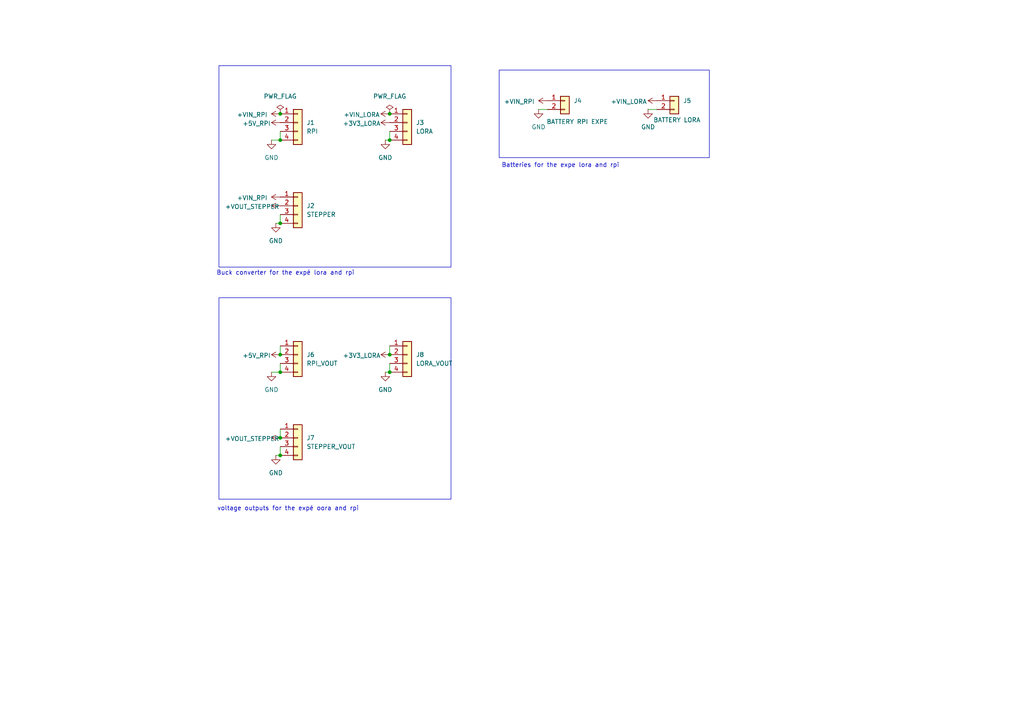
<source format=kicad_sch>
(kicad_sch (version 20250114) (generator "eeschema") (generator_version "9.0")
  (paper "A4")
  (lib_symbols
    (symbol "Connector_Generic:Conn_01x02" (pin_names (offset 1.016) (hide yes))
      (property "Reference" "J" (at 0 2.54 0))
      (property "Value" "Conn_01x02" (at 0 -5.08 0))
      (symbol "Conn_01x02_1_1"
        (rectangle (start -1.27 1.27) (end 1.27 -3.81) (stroke (width 0.254)) (fill (type background)))
        (rectangle (start -1.27 0.127) (end 0 -0.127) (stroke (width 0.1524)))
        (rectangle (start -1.27 -2.413) (end 0 -2.667) (stroke (width 0.1524)))
        (pin passive line (at -5.08 0 0) (length 3.81) (name "Pin_1") (number "1"))
        (pin passive line (at -5.08 -2.54 0) (length 3.81) (name "Pin_2") (number "2"))
      )
    )
    (symbol "Connector_Generic:Conn_01x04" (pin_names (offset 1.016) (hide yes))
      (property "Reference" "J" (at 0 5.08 0))
      (property "Value" "Conn_01x04" (at 0 -7.62 0))
      (symbol "Conn_01x04_1_1"
        (rectangle (start -1.27 3.81) (end 1.27 -6.35) (stroke (width 0.254)) (fill (type background)))
        (rectangle (start -1.27 2.667) (end 0 2.413) (stroke (width 0.1524)))
        (rectangle (start -1.27 0.127) (end 0 -0.127) (stroke (width 0.1524)))
        (rectangle (start -1.27 -2.413) (end 0 -2.667) (stroke (width 0.1524)))
        (rectangle (start -1.27 -4.953) (end 0 -5.207) (stroke (width 0.1524)))
        (pin passive line (at -5.08 2.54 0) (length 3.81) (name "Pin_1") (number "1"))
        (pin passive line (at -5.08 0 0) (length 3.81) (name "Pin_2") (number "2"))
        (pin passive line (at -5.08 -2.54 0) (length 3.81) (name "Pin_3") (number "3"))
        (pin passive line (at -5.08 -5.08 0) (length 3.81) (name "Pin_4") (number "4"))
      )
    )
    (symbol "power:+3.3V" (power) (pin_numbers (hide yes)) (pin_names (offset 0) (hide yes))
      (property "Value" "+3.3V" (at 0 3.556 0))
      (symbol "+3.3V_0_1"
        (polyline (pts (xy -0.762 1.27) (xy 0 2.54)))
        (polyline (pts (xy 0 2.54) (xy 0.762 1.27)))
        (polyline (pts (xy 0 0) (xy 0 2.54)))
      )
      (symbol "+3.3V_1_1"
        (pin power_in line (at 0 0 90) (length 0) (name "~") (number "1"))
      )
    )
    (symbol "power:+5V" (power) (pin_numbers (hide yes)) (pin_names (offset 0) (hide yes))
      (property "Value" "+5V" (at 0 3.556 0))
      (symbol "+5V_0_1"
        (polyline (pts (xy -0.762 1.27) (xy 0 2.54)))
        (polyline (pts (xy 0 2.54) (xy 0.762 1.27)))
        (polyline (pts (xy 0 0) (xy 0 2.54)))
      )
      (symbol "+5V_1_1"
        (pin power_in line (at 0 0 90) (length 0) (name "~") (number "1"))
      )
    )
    (symbol "power:GND" (power) (pin_numbers (hide yes)) (pin_names (offset 0) (hide yes))
      (property "Value" "GND" (at 0 -3.81 0))
      (symbol "GND_0_1"
        (polyline (pts (xy 0 0) (xy 0 -1.27) (xy 1.27 -1.27) (xy 0 -2.54) (xy -1.27 -1.27) (xy 0 -1.27)))
      )
      (symbol "GND_1_1"
        (pin power_in line (at 0 0 270) (length 0) (name "~") (number "1"))
      )
    )
    (symbol "power:PWR_FLAG" (power) (pin_numbers (hide yes)) (pin_names (offset 0) (hide yes))
      (property "Value" "PWR_FLAG" (at 0 3.81 0))
      (symbol "PWR_FLAG_0_0"
        (pin power_out line (at 0 0 90) (length 0) (name "~") (number "1"))
      )
      (symbol "PWR_FLAG_0_1"
        (polyline (pts (xy 0 0) (xy 0 1.27) (xy -1.016 1.905) (xy 0 2.54) (xy 1.016 1.905) (xy 0 1.27)))
      )
    )
  )
  (rectangle (start 144.78 20.32) (end 205.74 45.72))
  (rectangle (start 63.5 19.05) (end 130.81 77.47))
  (rectangle (start 63.5 86.36) (end 130.81 144.78))
  (text "Batteries for the expe lora and rpi\n" (at 162.56 48.006 0) (effects (font (size 1.27 1.27))))
  (text "voltage outputs for the expé oora and rpi\n" (at 83.566 147.574 0) (effects (font (size 1.27 1.27))))
  (text "Buck converter for the expé lora and rpi\n" (at 82.804 79.248 0) (effects (font (size 1.27 1.27))))
  (junction (at 81.28 40.64))
  (junction (at 113.03 40.64))
  (junction (at 113.03 33.02))
  (junction (at 81.28 33.02))
  (junction (at 81.28 102.87))
  (junction (at 81.28 132.08))
  (junction (at 113.03 102.87))
  (junction (at 113.03 107.95))
  (junction (at 81.28 64.77))
  (junction (at 81.28 127))
  (junction (at 81.28 107.95))
  (wire (pts (xy 111.76 40.64) (xy 113.03 40.64)))
  (wire (pts (xy 81.28 129.54) (xy 81.28 132.08)))
  (wire (pts (xy 113.03 100.33) (xy 113.03 102.87)))
  (wire (pts (xy 80.01 64.77) (xy 81.28 64.77)))
  (wire (pts (xy 81.28 105.41) (xy 81.28 107.95)))
  (wire (pts (xy 156.21 31.75) (xy 158.75 31.75)))
  (wire (pts (xy 81.28 38.1) (xy 81.28 40.64)))
  (wire (pts (xy 187.96 31.75) (xy 190.5 31.75)))
  (wire (pts (xy 80.01 132.08) (xy 81.28 132.08)))
  (wire (pts (xy 113.03 38.1) (xy 113.03 40.64)))
  (wire (pts (xy 81.28 62.23) (xy 81.28 64.77)))
  (wire (pts (xy 78.74 107.95) (xy 81.28 107.95)))
  (wire (pts (xy 113.03 105.41) (xy 113.03 107.95)))
  (wire (pts (xy 111.76 107.95) (xy 113.03 107.95)))
  (wire (pts (xy 78.74 40.64) (xy 81.28 40.64)))
  (wire (pts (xy 81.28 100.33) (xy 81.28 102.87)))
  (wire (pts (xy 81.28 124.46) (xy 81.28 127)))
  (symbol (lib_id "power:GND") (at 111.76 107.95 0) (unit 1)
    (property "Reference" "#PWR016" (effects (hide yes)))
    (property "Value" "GND" (at 111.76 113.03 0))
    (property "Description" "Power symbol creates a global label with name \"GND\" , ground" (effects (hide yes)))
  )
  (symbol (lib_id "power:+3.3V") (at 81.28 59.69 90) (unit 1)
    (property "Reference" "#PWR09" (effects (hide yes)))
    (property "Value" "+VOUT_STEPPER" (at 73.152 59.944 90))
    (property "Description" "Power symbol creates a global label with name \"+3.3V\"" (effects (hide yes)))
  )
  (symbol (lib_id "power:GND") (at 111.76 40.64 0) (unit 1)
    (property "Reference" "#PWR03" (effects (hide yes)))
    (property "Value" "GND" (at 111.76 45.72 0))
    (property "Description" "Power symbol creates a global label with name \"GND\" , ground" (effects (hide yes)))
  )
  (symbol (lib_id "power:GND") (at 78.74 107.95 0) (unit 1)
    (property "Reference" "#PWR010" (effects (hide yes)))
    (property "Value" "GND" (at 78.74 113.03 0))
    (property "Description" "Power symbol creates a global label with name \"GND\" , ground" (effects (hide yes)))
  )
  (symbol (lib_id "Connector_Generic:Conn_01x02") (at 195.58 29.21 0) (unit 1)
    (property "Reference" "J5" (at 198.12 29.2099 0) (effects (justify left)))
    (property "Value" "BATTERY LORA" (at 189.484 34.798 0) (effects (justify left)))
    (property "Footprint" "PHOENIX_CON:AMASS_XT60-M_1x02_P7.20mm_Vertical" (effects (hide yes)))
    (property "Description" "Generic connector, single row, 01x02, script generated (kicad-library-utils/schlib/autogen/connector/)" (effects (hide yes)))
  )
  (symbol (lib_id "power:+3.3V") (at 81.28 33.02 90) (unit 1)
    (property "Reference" "#PWR08" (effects (hide yes)))
    (property "Value" "+VIN_RPI" (at 73.152 33.274 90))
    (property "Description" "Power symbol creates a global label with name \"+3.3V\"" (effects (hide yes)))
  )
  (symbol (lib_id "power:PWR_FLAG") (at 113.03 33.02 0) (unit 1)
    (property "Reference" "#FLG03" (effects (hide yes)))
    (property "Value" "PWR_FLAG" (at 113.03 27.94 0))
    (property "Description" "Special symbol for telling ERC where power comes from" (effects (hide yes)))
  )
  (symbol (lib_id "Connector_Generic:Conn_01x04") (at 86.36 59.69 0) (unit 1)
    (property "Reference" "J2" (at 88.9 59.6899 0) (effects (justify left)))
    (property "Value" "STEPPER" (at 88.9 62.2299 0) (effects (justify left)))
    (property "Footprint" "PHOENIX:MT3608" (effects (hide yes)))
    (property "Description" "Generic connector, single row, 01x04, script generated (kicad-library-utils/schlib/autogen/connector/)" (effects (hide yes)))
  )
  (symbol (lib_id "power:GND") (at 187.96 31.75 0) (unit 1)
    (property "Reference" "#PWR017" (effects (hide yes)))
    (property "Value" "GND" (at 187.96 36.83 0))
    (property "Description" "Power symbol creates a global label with name \"GND\" , ground" (effects (hide yes)))
  )
  (symbol (lib_id "power:+3.3V") (at 158.75 29.21 90) (unit 1)
    (property "Reference" "#PWR012" (effects (hide yes)))
    (property "Value" "+VIN_RPI" (at 150.622 29.464 90))
    (property "Description" "Power symbol creates a global label with name \"+3.3V\"" (effects (hide yes)))
  )
  (symbol (lib_id "power:+5V") (at 81.28 102.87 90) (unit 1)
    (property "Reference" "#PWR013" (effects (hide yes)))
    (property "Value" "+5V_RPI" (at 74.422 103.124 90))
    (property "Description" "Power symbol creates a global label with name \"+5V\"" (effects (hide yes)))
  )
  (symbol (lib_id "power:PWR_FLAG") (at 81.28 33.02 0) (unit 1)
    (property "Reference" "#FLG01" (effects (hide yes)))
    (property "Value" "PWR_FLAG" (at 81.28 27.94 0))
    (property "Description" "Special symbol for telling ERC where power comes from" (effects (hide yes)))
  )
  (symbol (lib_id "power:+3.3V") (at 113.03 102.87 90) (unit 1)
    (property "Reference" "#PWR018" (effects (hide yes)))
    (property "Value" "+3V3_LORA" (at 104.902 103.124 90))
    (property "Description" "Power symbol creates a global label with name \"+3.3V\"" (effects (hide yes)))
  )
  (symbol (lib_id "power:+5V") (at 81.28 35.56 90) (unit 1)
    (property "Reference" "#PWR04" (effects (hide yes)))
    (property "Value" "+5V_RPI" (at 74.422 35.814 90))
    (property "Description" "Power symbol creates a global label with name \"+5V\"" (effects (hide yes)))
  )
  (symbol (lib_id "Connector_Generic:Conn_01x04") (at 86.36 35.56 0) (unit 1)
    (property "Reference" "J1" (at 88.9 35.5599 0) (effects (justify left)))
    (property "Value" "RPI" (at 88.9 38.0999 0) (effects (justify left)))
    (property "Footprint" "PHOENIX:MT3608" (effects (hide yes)))
    (property "Description" "Generic connector, single row, 01x04, script generated (kicad-library-utils/schlib/autogen/connector/)" (effects (hide yes)))
  )
  (symbol (lib_id "power:GND") (at 80.01 64.77 0) (unit 1)
    (property "Reference" "#PWR02" (effects (hide yes)))
    (property "Value" "GND" (at 80.01 69.85 0))
    (property "Description" "Power symbol creates a global label with name \"GND\" , ground" (effects (hide yes)))
  )
  (symbol (lib_id "power:+3.3V") (at 113.03 35.56 90) (unit 1)
    (property "Reference" "#PWR05" (effects (hide yes)))
    (property "Value" "+3V3_LORA" (at 104.902 35.814 90))
    (property "Description" "Power symbol creates a global label with name \"+3.3V\"" (effects (hide yes)))
  )
  (symbol (lib_id "power:+3.3V") (at 81.28 57.15 90) (unit 1)
    (property "Reference" "#PWR07" (effects (hide yes)))
    (property "Value" "+VIN_RPI" (at 73.152 57.404 90))
    (property "Description" "Power symbol creates a global label with name \"+3.3V\"" (effects (hide yes)))
  )
  (symbol (lib_id "Connector_Generic:Conn_01x04") (at 118.11 102.87 0) (unit 1)
    (property "Reference" "J8" (at 120.65 102.8699 0) (effects (justify left)))
    (property "Value" "LORA_VOUT" (at 120.65 105.4099 0) (effects (justify left)))
    (property "Footprint" "Connector_JST:JST_XH_S4B-XH-A-1_1x04_P2.50mm_Horizontal" (effects (hide yes)))
    (property "Description" "Generic connector, single row, 01x04, script generated (kicad-library-utils/schlib/autogen/connector/)" (effects (hide yes)))
  )
  (symbol (lib_id "power:+3.3V") (at 81.28 127 90) (unit 1)
    (property "Reference" "#PWR015" (effects (hide yes)))
    (property "Value" "+VOUT_STEPPER" (at 73.152 127.254 90))
    (property "Description" "Power symbol creates a global label with name \"+3.3V\"" (effects (hide yes)))
  )
  (symbol (lib_id "Connector_Generic:Conn_01x02") (at 163.83 29.21 0) (unit 1)
    (property "Reference" "J4" (at 166.37 29.2099 0) (effects (justify left)))
    (property "Value" "BATTERY RPI EXPE" (at 158.496 35.306 0) (effects (justify left)))
    (property "Footprint" "PHOENIX_CON:AMASS_XT60-M_1x02_P7.20mm_Vertical" (effects (hide yes)))
    (property "Description" "Generic connector, single row, 01x02, script generated (kicad-library-utils/schlib/autogen/connector/)" (effects (hide yes)))
  )
  (symbol (lib_id "power:+3.3V") (at 113.03 33.02 90) (unit 1)
    (property "Reference" "#PWR06" (effects (hide yes)))
    (property "Value" "+VIN_LORA" (at 104.902 33.274 90))
    (property "Description" "Power symbol creates a global label with name \"+3.3V\"" (effects (hide yes)))
  )
  (symbol (lib_id "power:GND") (at 156.21 31.75 0) (unit 1)
    (property "Reference" "#PWR014" (effects (hide yes)))
    (property "Value" "GND" (at 156.21 36.83 0))
    (property "Description" "Power symbol creates a global label with name \"GND\" , ground" (effects (hide yes)))
  )
  (symbol (lib_id "Connector_Generic:Conn_01x04") (at 86.36 102.87 0) (unit 1)
    (property "Reference" "J6" (at 88.9 102.8699 0) (effects (justify left)))
    (property "Value" "RPI_VOUT" (at 88.9 105.4099 0) (effects (justify left)))
    (property "Footprint" "Connector_JST:JST_XH_S4B-XH-A-1_1x04_P2.50mm_Horizontal" (effects (hide yes)))
    (property "Description" "Generic connector, single row, 01x04, script generated (kicad-library-utils/schlib/autogen/connector/)" (effects (hide yes)))
  )
  (symbol (lib_id "power:GND") (at 78.74 40.64 0) (unit 1)
    (property "Reference" "#PWR01" (effects (hide yes)))
    (property "Value" "GND" (at 78.74 45.72 0))
    (property "Description" "Power symbol creates a global label with name \"GND\" , ground" (effects (hide yes)))
  )
  (symbol (lib_id "power:+3.3V") (at 190.5 29.21 90) (unit 1)
    (property "Reference" "#PWR019" (effects (hide yes)))
    (property "Value" "+VIN_LORA" (at 182.372 29.464 90))
    (property "Description" "Power symbol creates a global label with name \"+3.3V\"" (effects (hide yes)))
  )
  (symbol (lib_id "Connector_Generic:Conn_01x04") (at 86.36 127 0) (unit 1)
    (property "Reference" "J7" (at 88.9 126.9999 0) (effects (justify left)))
    (property "Value" "STEPPER_VOUT" (at 88.9 129.5399 0) (effects (justify left)))
    (property "Footprint" "Connector_JST:JST_XH_S4B-XH-A-1_1x04_P2.50mm_Horizontal" (effects (hide yes)))
    (property "Description" "Generic connector, single row, 01x04, script generated (kicad-library-utils/schlib/autogen/connector/)" (effects (hide yes)))
  )
  (symbol (lib_id "Connector_Generic:Conn_01x04") (at 118.11 35.56 0) (unit 1)
    (property "Reference" "J3" (at 120.65 35.5599 0) (effects (justify left)))
    (property "Value" "LORA" (at 120.65 38.0999 0) (effects (justify left)))
    (property "Footprint" "PHOENIX:MT3608" (effects (hide yes)))
    (property "Description" "Generic connector, single row, 01x04, script generated (kicad-library-utils/schlib/autogen/connector/)" (effects (hide yes)))
  )
  (symbol (lib_id "power:GND") (at 80.01 132.08 0) (unit 1)
    (property "Reference" "#PWR011" (effects (hide yes)))
    (property "Value" "GND" (at 80.01 137.16 0))
    (property "Description" "Power symbol creates a global label with name \"GND\" , ground" (effects (hide yes)))
  )
)
</source>
